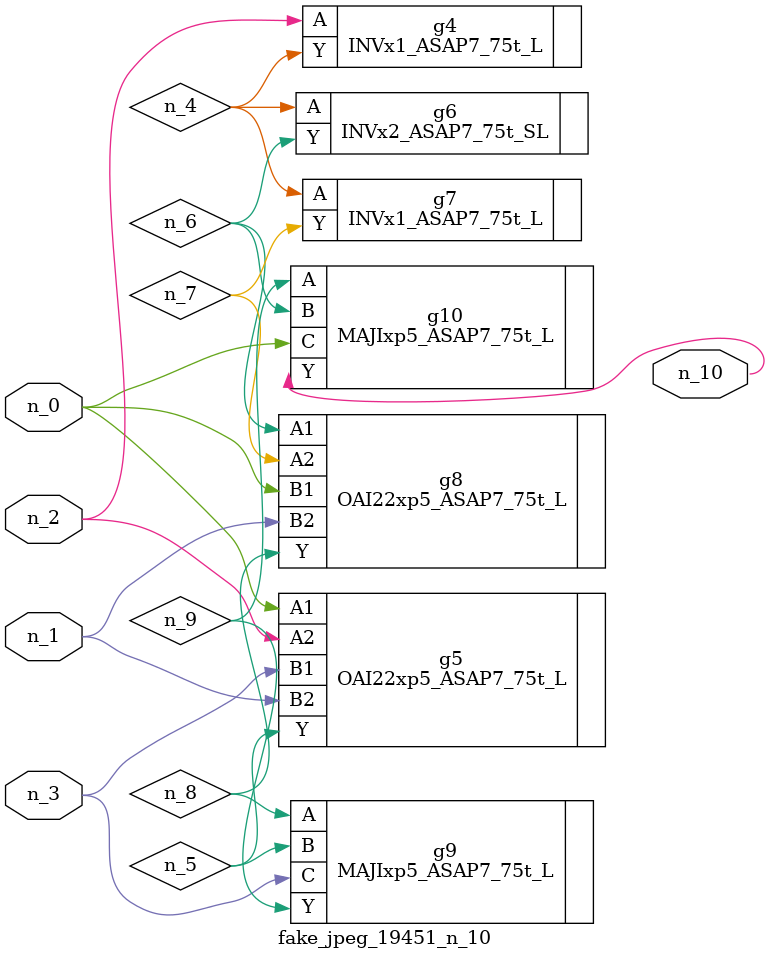
<source format=v>
module fake_jpeg_19451_n_10 (n_0, n_3, n_2, n_1, n_10);

input n_0;
input n_3;
input n_2;
input n_1;

output n_10;

wire n_4;
wire n_8;
wire n_9;
wire n_6;
wire n_5;
wire n_7;

INVx1_ASAP7_75t_L g4 ( 
.A(n_2),
.Y(n_4)
);

OAI22xp5_ASAP7_75t_L g5 ( 
.A1(n_0),
.A2(n_2),
.B1(n_3),
.B2(n_1),
.Y(n_5)
);

INVx2_ASAP7_75t_SL g6 ( 
.A(n_4),
.Y(n_6)
);

OAI22xp5_ASAP7_75t_L g8 ( 
.A1(n_6),
.A2(n_7),
.B1(n_0),
.B2(n_1),
.Y(n_8)
);

INVx1_ASAP7_75t_L g7 ( 
.A(n_4),
.Y(n_7)
);

MAJIxp5_ASAP7_75t_L g9 ( 
.A(n_8),
.B(n_5),
.C(n_3),
.Y(n_9)
);

MAJIxp5_ASAP7_75t_L g10 ( 
.A(n_9),
.B(n_6),
.C(n_0),
.Y(n_10)
);


endmodule
</source>
